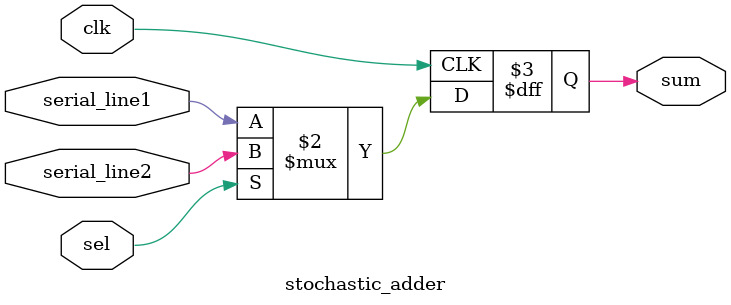
<source format=v>
`timescale 1ns / 1ps


module stochastic_adder (
  input clk, // needs to be clocked to time properly with bitstream
  input serial_line1,
  input serial_line2,
  input sel, // since we're using a mux with 50% random select
  output reg sum
);

  // simple mux statement
  always @(posedge clk) begin
    sum <= (sel) ? serial_line2 : serial_line1;
  end
  
endmodule
</source>
